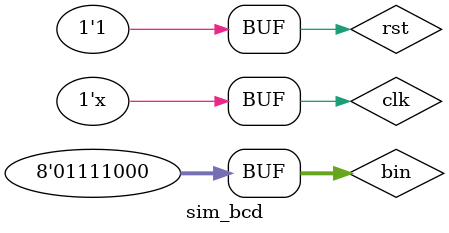
<source format=v>
`timescale 1ns / 1ps


module sim_bcd();

    reg clk, rst;
    reg [7:0] bin;
    wire [7:0] uo_out;
    wire [7:0] uio_in;
    wire [7:0] uio_oe,uio_out;
    
    tt_um_RS_bin2bcd bin2bcd (
        .clk(clk),
        .ui_in(bin),
        .rst_n(rst),
        .uo_out(uo_out),
        .uio_in(uio_in),
        .uio_out(uio_out),
        .uio_oe(uio_oe),
        .ena(1'd1)
    );
    
    always begin
        #5 
        clk = ~clk;
    end
    
    initial begin
        clk = 1'b0;
        rst = 1'b1;
        #1
        bin = 8'd3;
        #2
        bin = 8'd10;
        #2;
        bin = 8'd32;
        #2;
        bin = 8'd56;
        #2;
        bin = 8'd100;
        #2;
        bin = 8'd120;
    end
endmodule

</source>
